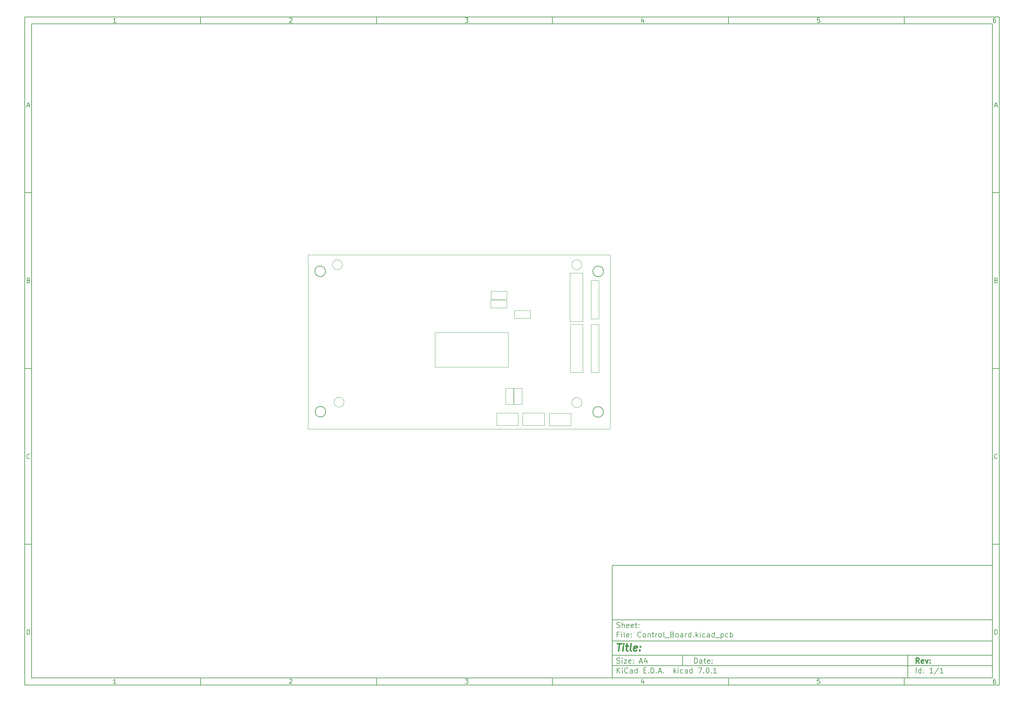
<source format=gbr>
%TF.GenerationSoftware,KiCad,Pcbnew,7.0.1*%
%TF.CreationDate,2023-11-03T16:51:15+00:00*%
%TF.ProjectId,Control_Board,436f6e74-726f-46c5-9f42-6f6172642e6b,rev?*%
%TF.SameCoordinates,Original*%
%TF.FileFunction,Other,User*%
%FSLAX45Y45*%
G04 Gerber Fmt 4.5, Leading zero omitted, Abs format (unit mm)*
G04 Created by KiCad (PCBNEW 7.0.1) date 2023-11-03 16:51:15*
%MOMM*%
%LPD*%
G01*
G04 APERTURE LIST*
%ADD10C,0.100000*%
%ADD11C,0.150000*%
%ADD12C,0.300000*%
%ADD13C,0.400000*%
%ADD14C,0.050000*%
%TA.AperFunction,Profile*%
%ADD15C,0.200000*%
%TD*%
%TA.AperFunction,Profile*%
%ADD16C,0.100000*%
%TD*%
G04 APERTURE END LIST*
D10*
D11*
X17700220Y-16600720D02*
X28500220Y-16600720D01*
X28500220Y-19800720D01*
X17700220Y-19800720D01*
X17700220Y-16600720D01*
D10*
D11*
X1000000Y-1000000D02*
X28700220Y-1000000D01*
X28700220Y-20000720D01*
X1000000Y-20000720D01*
X1000000Y-1000000D01*
D10*
D11*
X1200000Y-1200000D02*
X28500220Y-1200000D01*
X28500220Y-19800720D01*
X1200000Y-19800720D01*
X1200000Y-1200000D01*
D10*
D11*
X6000000Y-1200000D02*
X6000000Y-1000000D01*
D10*
D11*
X11000000Y-1200000D02*
X11000000Y-1000000D01*
D10*
D11*
X16000000Y-1200000D02*
X16000000Y-1000000D01*
D10*
D11*
X21000000Y-1200000D02*
X21000000Y-1000000D01*
D10*
D11*
X26000000Y-1200000D02*
X26000000Y-1000000D01*
D10*
D11*
X3599048Y-1160140D02*
X3524762Y-1160140D01*
X3561905Y-1160140D02*
X3561905Y-1030140D01*
X3561905Y-1030140D02*
X3549524Y-1048712D01*
X3549524Y-1048712D02*
X3537143Y-1061093D01*
X3537143Y-1061093D02*
X3524762Y-1067283D01*
D10*
D11*
X8524762Y-1042521D02*
X8530952Y-1036331D01*
X8530952Y-1036331D02*
X8543333Y-1030140D01*
X8543333Y-1030140D02*
X8574286Y-1030140D01*
X8574286Y-1030140D02*
X8586667Y-1036331D01*
X8586667Y-1036331D02*
X8592857Y-1042521D01*
X8592857Y-1042521D02*
X8599048Y-1054902D01*
X8599048Y-1054902D02*
X8599048Y-1067283D01*
X8599048Y-1067283D02*
X8592857Y-1085855D01*
X8592857Y-1085855D02*
X8518571Y-1160140D01*
X8518571Y-1160140D02*
X8599048Y-1160140D01*
D10*
D11*
X13518571Y-1030140D02*
X13599048Y-1030140D01*
X13599048Y-1030140D02*
X13555714Y-1079664D01*
X13555714Y-1079664D02*
X13574286Y-1079664D01*
X13574286Y-1079664D02*
X13586667Y-1085855D01*
X13586667Y-1085855D02*
X13592857Y-1092045D01*
X13592857Y-1092045D02*
X13599048Y-1104426D01*
X13599048Y-1104426D02*
X13599048Y-1135379D01*
X13599048Y-1135379D02*
X13592857Y-1147760D01*
X13592857Y-1147760D02*
X13586667Y-1153950D01*
X13586667Y-1153950D02*
X13574286Y-1160140D01*
X13574286Y-1160140D02*
X13537143Y-1160140D01*
X13537143Y-1160140D02*
X13524762Y-1153950D01*
X13524762Y-1153950D02*
X13518571Y-1147760D01*
D10*
D11*
X18586667Y-1073474D02*
X18586667Y-1160140D01*
X18555714Y-1023950D02*
X18524762Y-1116807D01*
X18524762Y-1116807D02*
X18605238Y-1116807D01*
D10*
D11*
X23592857Y-1030140D02*
X23530952Y-1030140D01*
X23530952Y-1030140D02*
X23524762Y-1092045D01*
X23524762Y-1092045D02*
X23530952Y-1085855D01*
X23530952Y-1085855D02*
X23543333Y-1079664D01*
X23543333Y-1079664D02*
X23574286Y-1079664D01*
X23574286Y-1079664D02*
X23586667Y-1085855D01*
X23586667Y-1085855D02*
X23592857Y-1092045D01*
X23592857Y-1092045D02*
X23599048Y-1104426D01*
X23599048Y-1104426D02*
X23599048Y-1135379D01*
X23599048Y-1135379D02*
X23592857Y-1147760D01*
X23592857Y-1147760D02*
X23586667Y-1153950D01*
X23586667Y-1153950D02*
X23574286Y-1160140D01*
X23574286Y-1160140D02*
X23543333Y-1160140D01*
X23543333Y-1160140D02*
X23530952Y-1153950D01*
X23530952Y-1153950D02*
X23524762Y-1147760D01*
D10*
D11*
X28586667Y-1030140D02*
X28561905Y-1030140D01*
X28561905Y-1030140D02*
X28549524Y-1036331D01*
X28549524Y-1036331D02*
X28543333Y-1042521D01*
X28543333Y-1042521D02*
X28530952Y-1061093D01*
X28530952Y-1061093D02*
X28524762Y-1085855D01*
X28524762Y-1085855D02*
X28524762Y-1135379D01*
X28524762Y-1135379D02*
X28530952Y-1147760D01*
X28530952Y-1147760D02*
X28537143Y-1153950D01*
X28537143Y-1153950D02*
X28549524Y-1160140D01*
X28549524Y-1160140D02*
X28574286Y-1160140D01*
X28574286Y-1160140D02*
X28586667Y-1153950D01*
X28586667Y-1153950D02*
X28592857Y-1147760D01*
X28592857Y-1147760D02*
X28599048Y-1135379D01*
X28599048Y-1135379D02*
X28599048Y-1104426D01*
X28599048Y-1104426D02*
X28592857Y-1092045D01*
X28592857Y-1092045D02*
X28586667Y-1085855D01*
X28586667Y-1085855D02*
X28574286Y-1079664D01*
X28574286Y-1079664D02*
X28549524Y-1079664D01*
X28549524Y-1079664D02*
X28537143Y-1085855D01*
X28537143Y-1085855D02*
X28530952Y-1092045D01*
X28530952Y-1092045D02*
X28524762Y-1104426D01*
D10*
D11*
X6000000Y-19800720D02*
X6000000Y-20000720D01*
D10*
D11*
X11000000Y-19800720D02*
X11000000Y-20000720D01*
D10*
D11*
X16000000Y-19800720D02*
X16000000Y-20000720D01*
D10*
D11*
X21000000Y-19800720D02*
X21000000Y-20000720D01*
D10*
D11*
X26000000Y-19800720D02*
X26000000Y-20000720D01*
D10*
D11*
X3599048Y-19960860D02*
X3524762Y-19960860D01*
X3561905Y-19960860D02*
X3561905Y-19830860D01*
X3561905Y-19830860D02*
X3549524Y-19849432D01*
X3549524Y-19849432D02*
X3537143Y-19861813D01*
X3537143Y-19861813D02*
X3524762Y-19868003D01*
D10*
D11*
X8524762Y-19843241D02*
X8530952Y-19837051D01*
X8530952Y-19837051D02*
X8543333Y-19830860D01*
X8543333Y-19830860D02*
X8574286Y-19830860D01*
X8574286Y-19830860D02*
X8586667Y-19837051D01*
X8586667Y-19837051D02*
X8592857Y-19843241D01*
X8592857Y-19843241D02*
X8599048Y-19855622D01*
X8599048Y-19855622D02*
X8599048Y-19868003D01*
X8599048Y-19868003D02*
X8592857Y-19886575D01*
X8592857Y-19886575D02*
X8518571Y-19960860D01*
X8518571Y-19960860D02*
X8599048Y-19960860D01*
D10*
D11*
X13518571Y-19830860D02*
X13599048Y-19830860D01*
X13599048Y-19830860D02*
X13555714Y-19880384D01*
X13555714Y-19880384D02*
X13574286Y-19880384D01*
X13574286Y-19880384D02*
X13586667Y-19886575D01*
X13586667Y-19886575D02*
X13592857Y-19892765D01*
X13592857Y-19892765D02*
X13599048Y-19905146D01*
X13599048Y-19905146D02*
X13599048Y-19936099D01*
X13599048Y-19936099D02*
X13592857Y-19948480D01*
X13592857Y-19948480D02*
X13586667Y-19954670D01*
X13586667Y-19954670D02*
X13574286Y-19960860D01*
X13574286Y-19960860D02*
X13537143Y-19960860D01*
X13537143Y-19960860D02*
X13524762Y-19954670D01*
X13524762Y-19954670D02*
X13518571Y-19948480D01*
D10*
D11*
X18586667Y-19874194D02*
X18586667Y-19960860D01*
X18555714Y-19824670D02*
X18524762Y-19917527D01*
X18524762Y-19917527D02*
X18605238Y-19917527D01*
D10*
D11*
X23592857Y-19830860D02*
X23530952Y-19830860D01*
X23530952Y-19830860D02*
X23524762Y-19892765D01*
X23524762Y-19892765D02*
X23530952Y-19886575D01*
X23530952Y-19886575D02*
X23543333Y-19880384D01*
X23543333Y-19880384D02*
X23574286Y-19880384D01*
X23574286Y-19880384D02*
X23586667Y-19886575D01*
X23586667Y-19886575D02*
X23592857Y-19892765D01*
X23592857Y-19892765D02*
X23599048Y-19905146D01*
X23599048Y-19905146D02*
X23599048Y-19936099D01*
X23599048Y-19936099D02*
X23592857Y-19948480D01*
X23592857Y-19948480D02*
X23586667Y-19954670D01*
X23586667Y-19954670D02*
X23574286Y-19960860D01*
X23574286Y-19960860D02*
X23543333Y-19960860D01*
X23543333Y-19960860D02*
X23530952Y-19954670D01*
X23530952Y-19954670D02*
X23524762Y-19948480D01*
D10*
D11*
X28586667Y-19830860D02*
X28561905Y-19830860D01*
X28561905Y-19830860D02*
X28549524Y-19837051D01*
X28549524Y-19837051D02*
X28543333Y-19843241D01*
X28543333Y-19843241D02*
X28530952Y-19861813D01*
X28530952Y-19861813D02*
X28524762Y-19886575D01*
X28524762Y-19886575D02*
X28524762Y-19936099D01*
X28524762Y-19936099D02*
X28530952Y-19948480D01*
X28530952Y-19948480D02*
X28537143Y-19954670D01*
X28537143Y-19954670D02*
X28549524Y-19960860D01*
X28549524Y-19960860D02*
X28574286Y-19960860D01*
X28574286Y-19960860D02*
X28586667Y-19954670D01*
X28586667Y-19954670D02*
X28592857Y-19948480D01*
X28592857Y-19948480D02*
X28599048Y-19936099D01*
X28599048Y-19936099D02*
X28599048Y-19905146D01*
X28599048Y-19905146D02*
X28592857Y-19892765D01*
X28592857Y-19892765D02*
X28586667Y-19886575D01*
X28586667Y-19886575D02*
X28574286Y-19880384D01*
X28574286Y-19880384D02*
X28549524Y-19880384D01*
X28549524Y-19880384D02*
X28537143Y-19886575D01*
X28537143Y-19886575D02*
X28530952Y-19892765D01*
X28530952Y-19892765D02*
X28524762Y-19905146D01*
D10*
D11*
X1000000Y-6000000D02*
X1200000Y-6000000D01*
D10*
D11*
X1000000Y-11000000D02*
X1200000Y-11000000D01*
D10*
D11*
X1000000Y-16000000D02*
X1200000Y-16000000D01*
D10*
D11*
X1069048Y-3522998D02*
X1130952Y-3522998D01*
X1056667Y-3560140D02*
X1100000Y-3430140D01*
X1100000Y-3430140D02*
X1143333Y-3560140D01*
D10*
D11*
X1109286Y-8492045D02*
X1127857Y-8498236D01*
X1127857Y-8498236D02*
X1134048Y-8504426D01*
X1134048Y-8504426D02*
X1140238Y-8516807D01*
X1140238Y-8516807D02*
X1140238Y-8535379D01*
X1140238Y-8535379D02*
X1134048Y-8547760D01*
X1134048Y-8547760D02*
X1127857Y-8553950D01*
X1127857Y-8553950D02*
X1115476Y-8560140D01*
X1115476Y-8560140D02*
X1065952Y-8560140D01*
X1065952Y-8560140D02*
X1065952Y-8430140D01*
X1065952Y-8430140D02*
X1109286Y-8430140D01*
X1109286Y-8430140D02*
X1121667Y-8436331D01*
X1121667Y-8436331D02*
X1127857Y-8442521D01*
X1127857Y-8442521D02*
X1134048Y-8454902D01*
X1134048Y-8454902D02*
X1134048Y-8467283D01*
X1134048Y-8467283D02*
X1127857Y-8479664D01*
X1127857Y-8479664D02*
X1121667Y-8485855D01*
X1121667Y-8485855D02*
X1109286Y-8492045D01*
X1109286Y-8492045D02*
X1065952Y-8492045D01*
D10*
D11*
X1140238Y-13547759D02*
X1134048Y-13553950D01*
X1134048Y-13553950D02*
X1115476Y-13560140D01*
X1115476Y-13560140D02*
X1103095Y-13560140D01*
X1103095Y-13560140D02*
X1084524Y-13553950D01*
X1084524Y-13553950D02*
X1072143Y-13541569D01*
X1072143Y-13541569D02*
X1065952Y-13529188D01*
X1065952Y-13529188D02*
X1059762Y-13504426D01*
X1059762Y-13504426D02*
X1059762Y-13485855D01*
X1059762Y-13485855D02*
X1065952Y-13461093D01*
X1065952Y-13461093D02*
X1072143Y-13448712D01*
X1072143Y-13448712D02*
X1084524Y-13436331D01*
X1084524Y-13436331D02*
X1103095Y-13430140D01*
X1103095Y-13430140D02*
X1115476Y-13430140D01*
X1115476Y-13430140D02*
X1134048Y-13436331D01*
X1134048Y-13436331D02*
X1140238Y-13442521D01*
D10*
D11*
X1065952Y-18560140D02*
X1065952Y-18430140D01*
X1065952Y-18430140D02*
X1096905Y-18430140D01*
X1096905Y-18430140D02*
X1115476Y-18436331D01*
X1115476Y-18436331D02*
X1127857Y-18448712D01*
X1127857Y-18448712D02*
X1134048Y-18461093D01*
X1134048Y-18461093D02*
X1140238Y-18485855D01*
X1140238Y-18485855D02*
X1140238Y-18504426D01*
X1140238Y-18504426D02*
X1134048Y-18529188D01*
X1134048Y-18529188D02*
X1127857Y-18541569D01*
X1127857Y-18541569D02*
X1115476Y-18553950D01*
X1115476Y-18553950D02*
X1096905Y-18560140D01*
X1096905Y-18560140D02*
X1065952Y-18560140D01*
D10*
D11*
X28700220Y-6000000D02*
X28500220Y-6000000D01*
D10*
D11*
X28700220Y-11000000D02*
X28500220Y-11000000D01*
D10*
D11*
X28700220Y-16000000D02*
X28500220Y-16000000D01*
D10*
D11*
X28569268Y-3522998D02*
X28631172Y-3522998D01*
X28556887Y-3560140D02*
X28600220Y-3430140D01*
X28600220Y-3430140D02*
X28643553Y-3560140D01*
D10*
D11*
X28609506Y-8492045D02*
X28628077Y-8498236D01*
X28628077Y-8498236D02*
X28634268Y-8504426D01*
X28634268Y-8504426D02*
X28640458Y-8516807D01*
X28640458Y-8516807D02*
X28640458Y-8535379D01*
X28640458Y-8535379D02*
X28634268Y-8547760D01*
X28634268Y-8547760D02*
X28628077Y-8553950D01*
X28628077Y-8553950D02*
X28615696Y-8560140D01*
X28615696Y-8560140D02*
X28566172Y-8560140D01*
X28566172Y-8560140D02*
X28566172Y-8430140D01*
X28566172Y-8430140D02*
X28609506Y-8430140D01*
X28609506Y-8430140D02*
X28621887Y-8436331D01*
X28621887Y-8436331D02*
X28628077Y-8442521D01*
X28628077Y-8442521D02*
X28634268Y-8454902D01*
X28634268Y-8454902D02*
X28634268Y-8467283D01*
X28634268Y-8467283D02*
X28628077Y-8479664D01*
X28628077Y-8479664D02*
X28621887Y-8485855D01*
X28621887Y-8485855D02*
X28609506Y-8492045D01*
X28609506Y-8492045D02*
X28566172Y-8492045D01*
D10*
D11*
X28640458Y-13547759D02*
X28634268Y-13553950D01*
X28634268Y-13553950D02*
X28615696Y-13560140D01*
X28615696Y-13560140D02*
X28603315Y-13560140D01*
X28603315Y-13560140D02*
X28584744Y-13553950D01*
X28584744Y-13553950D02*
X28572363Y-13541569D01*
X28572363Y-13541569D02*
X28566172Y-13529188D01*
X28566172Y-13529188D02*
X28559982Y-13504426D01*
X28559982Y-13504426D02*
X28559982Y-13485855D01*
X28559982Y-13485855D02*
X28566172Y-13461093D01*
X28566172Y-13461093D02*
X28572363Y-13448712D01*
X28572363Y-13448712D02*
X28584744Y-13436331D01*
X28584744Y-13436331D02*
X28603315Y-13430140D01*
X28603315Y-13430140D02*
X28615696Y-13430140D01*
X28615696Y-13430140D02*
X28634268Y-13436331D01*
X28634268Y-13436331D02*
X28640458Y-13442521D01*
D10*
D11*
X28566172Y-18560140D02*
X28566172Y-18430140D01*
X28566172Y-18430140D02*
X28597125Y-18430140D01*
X28597125Y-18430140D02*
X28615696Y-18436331D01*
X28615696Y-18436331D02*
X28628077Y-18448712D01*
X28628077Y-18448712D02*
X28634268Y-18461093D01*
X28634268Y-18461093D02*
X28640458Y-18485855D01*
X28640458Y-18485855D02*
X28640458Y-18504426D01*
X28640458Y-18504426D02*
X28634268Y-18529188D01*
X28634268Y-18529188D02*
X28628077Y-18541569D01*
X28628077Y-18541569D02*
X28615696Y-18553950D01*
X28615696Y-18553950D02*
X28597125Y-18560140D01*
X28597125Y-18560140D02*
X28566172Y-18560140D01*
D10*
D11*
X20035934Y-19380113D02*
X20035934Y-19230113D01*
X20035934Y-19230113D02*
X20071649Y-19230113D01*
X20071649Y-19230113D02*
X20093077Y-19237256D01*
X20093077Y-19237256D02*
X20107363Y-19251541D01*
X20107363Y-19251541D02*
X20114506Y-19265827D01*
X20114506Y-19265827D02*
X20121649Y-19294399D01*
X20121649Y-19294399D02*
X20121649Y-19315827D01*
X20121649Y-19315827D02*
X20114506Y-19344399D01*
X20114506Y-19344399D02*
X20107363Y-19358684D01*
X20107363Y-19358684D02*
X20093077Y-19372970D01*
X20093077Y-19372970D02*
X20071649Y-19380113D01*
X20071649Y-19380113D02*
X20035934Y-19380113D01*
X20250220Y-19380113D02*
X20250220Y-19301541D01*
X20250220Y-19301541D02*
X20243077Y-19287256D01*
X20243077Y-19287256D02*
X20228791Y-19280113D01*
X20228791Y-19280113D02*
X20200220Y-19280113D01*
X20200220Y-19280113D02*
X20185934Y-19287256D01*
X20250220Y-19372970D02*
X20235934Y-19380113D01*
X20235934Y-19380113D02*
X20200220Y-19380113D01*
X20200220Y-19380113D02*
X20185934Y-19372970D01*
X20185934Y-19372970D02*
X20178791Y-19358684D01*
X20178791Y-19358684D02*
X20178791Y-19344399D01*
X20178791Y-19344399D02*
X20185934Y-19330113D01*
X20185934Y-19330113D02*
X20200220Y-19322970D01*
X20200220Y-19322970D02*
X20235934Y-19322970D01*
X20235934Y-19322970D02*
X20250220Y-19315827D01*
X20300220Y-19280113D02*
X20357363Y-19280113D01*
X20321649Y-19230113D02*
X20321649Y-19358684D01*
X20321649Y-19358684D02*
X20328791Y-19372970D01*
X20328791Y-19372970D02*
X20343077Y-19380113D01*
X20343077Y-19380113D02*
X20357363Y-19380113D01*
X20464506Y-19372970D02*
X20450220Y-19380113D01*
X20450220Y-19380113D02*
X20421649Y-19380113D01*
X20421649Y-19380113D02*
X20407363Y-19372970D01*
X20407363Y-19372970D02*
X20400220Y-19358684D01*
X20400220Y-19358684D02*
X20400220Y-19301541D01*
X20400220Y-19301541D02*
X20407363Y-19287256D01*
X20407363Y-19287256D02*
X20421649Y-19280113D01*
X20421649Y-19280113D02*
X20450220Y-19280113D01*
X20450220Y-19280113D02*
X20464506Y-19287256D01*
X20464506Y-19287256D02*
X20471649Y-19301541D01*
X20471649Y-19301541D02*
X20471649Y-19315827D01*
X20471649Y-19315827D02*
X20400220Y-19330113D01*
X20535934Y-19365827D02*
X20543077Y-19372970D01*
X20543077Y-19372970D02*
X20535934Y-19380113D01*
X20535934Y-19380113D02*
X20528791Y-19372970D01*
X20528791Y-19372970D02*
X20535934Y-19365827D01*
X20535934Y-19365827D02*
X20535934Y-19380113D01*
X20535934Y-19287256D02*
X20543077Y-19294399D01*
X20543077Y-19294399D02*
X20535934Y-19301541D01*
X20535934Y-19301541D02*
X20528791Y-19294399D01*
X20528791Y-19294399D02*
X20535934Y-19287256D01*
X20535934Y-19287256D02*
X20535934Y-19301541D01*
D10*
D11*
X17700220Y-19450720D02*
X28500220Y-19450720D01*
D10*
D11*
X17835934Y-19660113D02*
X17835934Y-19510113D01*
X17921649Y-19660113D02*
X17857363Y-19574399D01*
X17921649Y-19510113D02*
X17835934Y-19595827D01*
X17985934Y-19660113D02*
X17985934Y-19560113D01*
X17985934Y-19510113D02*
X17978791Y-19517256D01*
X17978791Y-19517256D02*
X17985934Y-19524399D01*
X17985934Y-19524399D02*
X17993077Y-19517256D01*
X17993077Y-19517256D02*
X17985934Y-19510113D01*
X17985934Y-19510113D02*
X17985934Y-19524399D01*
X18143077Y-19645827D02*
X18135934Y-19652970D01*
X18135934Y-19652970D02*
X18114506Y-19660113D01*
X18114506Y-19660113D02*
X18100220Y-19660113D01*
X18100220Y-19660113D02*
X18078791Y-19652970D01*
X18078791Y-19652970D02*
X18064506Y-19638684D01*
X18064506Y-19638684D02*
X18057363Y-19624399D01*
X18057363Y-19624399D02*
X18050220Y-19595827D01*
X18050220Y-19595827D02*
X18050220Y-19574399D01*
X18050220Y-19574399D02*
X18057363Y-19545827D01*
X18057363Y-19545827D02*
X18064506Y-19531541D01*
X18064506Y-19531541D02*
X18078791Y-19517256D01*
X18078791Y-19517256D02*
X18100220Y-19510113D01*
X18100220Y-19510113D02*
X18114506Y-19510113D01*
X18114506Y-19510113D02*
X18135934Y-19517256D01*
X18135934Y-19517256D02*
X18143077Y-19524399D01*
X18271649Y-19660113D02*
X18271649Y-19581541D01*
X18271649Y-19581541D02*
X18264506Y-19567256D01*
X18264506Y-19567256D02*
X18250220Y-19560113D01*
X18250220Y-19560113D02*
X18221649Y-19560113D01*
X18221649Y-19560113D02*
X18207363Y-19567256D01*
X18271649Y-19652970D02*
X18257363Y-19660113D01*
X18257363Y-19660113D02*
X18221649Y-19660113D01*
X18221649Y-19660113D02*
X18207363Y-19652970D01*
X18207363Y-19652970D02*
X18200220Y-19638684D01*
X18200220Y-19638684D02*
X18200220Y-19624399D01*
X18200220Y-19624399D02*
X18207363Y-19610113D01*
X18207363Y-19610113D02*
X18221649Y-19602970D01*
X18221649Y-19602970D02*
X18257363Y-19602970D01*
X18257363Y-19602970D02*
X18271649Y-19595827D01*
X18407363Y-19660113D02*
X18407363Y-19510113D01*
X18407363Y-19652970D02*
X18393077Y-19660113D01*
X18393077Y-19660113D02*
X18364506Y-19660113D01*
X18364506Y-19660113D02*
X18350220Y-19652970D01*
X18350220Y-19652970D02*
X18343077Y-19645827D01*
X18343077Y-19645827D02*
X18335934Y-19631541D01*
X18335934Y-19631541D02*
X18335934Y-19588684D01*
X18335934Y-19588684D02*
X18343077Y-19574399D01*
X18343077Y-19574399D02*
X18350220Y-19567256D01*
X18350220Y-19567256D02*
X18364506Y-19560113D01*
X18364506Y-19560113D02*
X18393077Y-19560113D01*
X18393077Y-19560113D02*
X18407363Y-19567256D01*
X18593077Y-19581541D02*
X18643077Y-19581541D01*
X18664506Y-19660113D02*
X18593077Y-19660113D01*
X18593077Y-19660113D02*
X18593077Y-19510113D01*
X18593077Y-19510113D02*
X18664506Y-19510113D01*
X18728791Y-19645827D02*
X18735934Y-19652970D01*
X18735934Y-19652970D02*
X18728791Y-19660113D01*
X18728791Y-19660113D02*
X18721649Y-19652970D01*
X18721649Y-19652970D02*
X18728791Y-19645827D01*
X18728791Y-19645827D02*
X18728791Y-19660113D01*
X18800220Y-19660113D02*
X18800220Y-19510113D01*
X18800220Y-19510113D02*
X18835934Y-19510113D01*
X18835934Y-19510113D02*
X18857363Y-19517256D01*
X18857363Y-19517256D02*
X18871649Y-19531541D01*
X18871649Y-19531541D02*
X18878792Y-19545827D01*
X18878792Y-19545827D02*
X18885934Y-19574399D01*
X18885934Y-19574399D02*
X18885934Y-19595827D01*
X18885934Y-19595827D02*
X18878792Y-19624399D01*
X18878792Y-19624399D02*
X18871649Y-19638684D01*
X18871649Y-19638684D02*
X18857363Y-19652970D01*
X18857363Y-19652970D02*
X18835934Y-19660113D01*
X18835934Y-19660113D02*
X18800220Y-19660113D01*
X18950220Y-19645827D02*
X18957363Y-19652970D01*
X18957363Y-19652970D02*
X18950220Y-19660113D01*
X18950220Y-19660113D02*
X18943077Y-19652970D01*
X18943077Y-19652970D02*
X18950220Y-19645827D01*
X18950220Y-19645827D02*
X18950220Y-19660113D01*
X19014506Y-19617256D02*
X19085934Y-19617256D01*
X19000220Y-19660113D02*
X19050220Y-19510113D01*
X19050220Y-19510113D02*
X19100220Y-19660113D01*
X19150220Y-19645827D02*
X19157363Y-19652970D01*
X19157363Y-19652970D02*
X19150220Y-19660113D01*
X19150220Y-19660113D02*
X19143077Y-19652970D01*
X19143077Y-19652970D02*
X19150220Y-19645827D01*
X19150220Y-19645827D02*
X19150220Y-19660113D01*
X19450220Y-19660113D02*
X19450220Y-19510113D01*
X19464506Y-19602970D02*
X19507363Y-19660113D01*
X19507363Y-19560113D02*
X19450220Y-19617256D01*
X19571649Y-19660113D02*
X19571649Y-19560113D01*
X19571649Y-19510113D02*
X19564506Y-19517256D01*
X19564506Y-19517256D02*
X19571649Y-19524399D01*
X19571649Y-19524399D02*
X19578792Y-19517256D01*
X19578792Y-19517256D02*
X19571649Y-19510113D01*
X19571649Y-19510113D02*
X19571649Y-19524399D01*
X19707363Y-19652970D02*
X19693077Y-19660113D01*
X19693077Y-19660113D02*
X19664506Y-19660113D01*
X19664506Y-19660113D02*
X19650220Y-19652970D01*
X19650220Y-19652970D02*
X19643077Y-19645827D01*
X19643077Y-19645827D02*
X19635934Y-19631541D01*
X19635934Y-19631541D02*
X19635934Y-19588684D01*
X19635934Y-19588684D02*
X19643077Y-19574399D01*
X19643077Y-19574399D02*
X19650220Y-19567256D01*
X19650220Y-19567256D02*
X19664506Y-19560113D01*
X19664506Y-19560113D02*
X19693077Y-19560113D01*
X19693077Y-19560113D02*
X19707363Y-19567256D01*
X19835934Y-19660113D02*
X19835934Y-19581541D01*
X19835934Y-19581541D02*
X19828792Y-19567256D01*
X19828792Y-19567256D02*
X19814506Y-19560113D01*
X19814506Y-19560113D02*
X19785934Y-19560113D01*
X19785934Y-19560113D02*
X19771649Y-19567256D01*
X19835934Y-19652970D02*
X19821649Y-19660113D01*
X19821649Y-19660113D02*
X19785934Y-19660113D01*
X19785934Y-19660113D02*
X19771649Y-19652970D01*
X19771649Y-19652970D02*
X19764506Y-19638684D01*
X19764506Y-19638684D02*
X19764506Y-19624399D01*
X19764506Y-19624399D02*
X19771649Y-19610113D01*
X19771649Y-19610113D02*
X19785934Y-19602970D01*
X19785934Y-19602970D02*
X19821649Y-19602970D01*
X19821649Y-19602970D02*
X19835934Y-19595827D01*
X19971649Y-19660113D02*
X19971649Y-19510113D01*
X19971649Y-19652970D02*
X19957363Y-19660113D01*
X19957363Y-19660113D02*
X19928792Y-19660113D01*
X19928792Y-19660113D02*
X19914506Y-19652970D01*
X19914506Y-19652970D02*
X19907363Y-19645827D01*
X19907363Y-19645827D02*
X19900220Y-19631541D01*
X19900220Y-19631541D02*
X19900220Y-19588684D01*
X19900220Y-19588684D02*
X19907363Y-19574399D01*
X19907363Y-19574399D02*
X19914506Y-19567256D01*
X19914506Y-19567256D02*
X19928792Y-19560113D01*
X19928792Y-19560113D02*
X19957363Y-19560113D01*
X19957363Y-19560113D02*
X19971649Y-19567256D01*
X20143077Y-19510113D02*
X20243077Y-19510113D01*
X20243077Y-19510113D02*
X20178792Y-19660113D01*
X20300220Y-19645827D02*
X20307363Y-19652970D01*
X20307363Y-19652970D02*
X20300220Y-19660113D01*
X20300220Y-19660113D02*
X20293077Y-19652970D01*
X20293077Y-19652970D02*
X20300220Y-19645827D01*
X20300220Y-19645827D02*
X20300220Y-19660113D01*
X20400220Y-19510113D02*
X20414506Y-19510113D01*
X20414506Y-19510113D02*
X20428792Y-19517256D01*
X20428792Y-19517256D02*
X20435934Y-19524399D01*
X20435934Y-19524399D02*
X20443077Y-19538684D01*
X20443077Y-19538684D02*
X20450220Y-19567256D01*
X20450220Y-19567256D02*
X20450220Y-19602970D01*
X20450220Y-19602970D02*
X20443077Y-19631541D01*
X20443077Y-19631541D02*
X20435934Y-19645827D01*
X20435934Y-19645827D02*
X20428792Y-19652970D01*
X20428792Y-19652970D02*
X20414506Y-19660113D01*
X20414506Y-19660113D02*
X20400220Y-19660113D01*
X20400220Y-19660113D02*
X20385934Y-19652970D01*
X20385934Y-19652970D02*
X20378792Y-19645827D01*
X20378792Y-19645827D02*
X20371649Y-19631541D01*
X20371649Y-19631541D02*
X20364506Y-19602970D01*
X20364506Y-19602970D02*
X20364506Y-19567256D01*
X20364506Y-19567256D02*
X20371649Y-19538684D01*
X20371649Y-19538684D02*
X20378792Y-19524399D01*
X20378792Y-19524399D02*
X20385934Y-19517256D01*
X20385934Y-19517256D02*
X20400220Y-19510113D01*
X20514506Y-19645827D02*
X20521649Y-19652970D01*
X20521649Y-19652970D02*
X20514506Y-19660113D01*
X20514506Y-19660113D02*
X20507363Y-19652970D01*
X20507363Y-19652970D02*
X20514506Y-19645827D01*
X20514506Y-19645827D02*
X20514506Y-19660113D01*
X20664506Y-19660113D02*
X20578792Y-19660113D01*
X20621649Y-19660113D02*
X20621649Y-19510113D01*
X20621649Y-19510113D02*
X20607363Y-19531541D01*
X20607363Y-19531541D02*
X20593077Y-19545827D01*
X20593077Y-19545827D02*
X20578792Y-19552970D01*
D10*
D11*
X17700220Y-19150720D02*
X28500220Y-19150720D01*
D10*
D12*
X26421648Y-19380113D02*
X26371648Y-19308684D01*
X26335934Y-19380113D02*
X26335934Y-19230113D01*
X26335934Y-19230113D02*
X26393077Y-19230113D01*
X26393077Y-19230113D02*
X26407363Y-19237256D01*
X26407363Y-19237256D02*
X26414506Y-19244399D01*
X26414506Y-19244399D02*
X26421648Y-19258684D01*
X26421648Y-19258684D02*
X26421648Y-19280113D01*
X26421648Y-19280113D02*
X26414506Y-19294399D01*
X26414506Y-19294399D02*
X26407363Y-19301541D01*
X26407363Y-19301541D02*
X26393077Y-19308684D01*
X26393077Y-19308684D02*
X26335934Y-19308684D01*
X26543077Y-19372970D02*
X26528791Y-19380113D01*
X26528791Y-19380113D02*
X26500220Y-19380113D01*
X26500220Y-19380113D02*
X26485934Y-19372970D01*
X26485934Y-19372970D02*
X26478791Y-19358684D01*
X26478791Y-19358684D02*
X26478791Y-19301541D01*
X26478791Y-19301541D02*
X26485934Y-19287256D01*
X26485934Y-19287256D02*
X26500220Y-19280113D01*
X26500220Y-19280113D02*
X26528791Y-19280113D01*
X26528791Y-19280113D02*
X26543077Y-19287256D01*
X26543077Y-19287256D02*
X26550220Y-19301541D01*
X26550220Y-19301541D02*
X26550220Y-19315827D01*
X26550220Y-19315827D02*
X26478791Y-19330113D01*
X26600220Y-19280113D02*
X26635934Y-19380113D01*
X26635934Y-19380113D02*
X26671648Y-19280113D01*
X26728791Y-19365827D02*
X26735934Y-19372970D01*
X26735934Y-19372970D02*
X26728791Y-19380113D01*
X26728791Y-19380113D02*
X26721648Y-19372970D01*
X26721648Y-19372970D02*
X26728791Y-19365827D01*
X26728791Y-19365827D02*
X26728791Y-19380113D01*
X26728791Y-19287256D02*
X26735934Y-19294399D01*
X26735934Y-19294399D02*
X26728791Y-19301541D01*
X26728791Y-19301541D02*
X26721648Y-19294399D01*
X26721648Y-19294399D02*
X26728791Y-19287256D01*
X26728791Y-19287256D02*
X26728791Y-19301541D01*
D10*
D11*
X17828791Y-19372970D02*
X17850220Y-19380113D01*
X17850220Y-19380113D02*
X17885934Y-19380113D01*
X17885934Y-19380113D02*
X17900220Y-19372970D01*
X17900220Y-19372970D02*
X17907363Y-19365827D01*
X17907363Y-19365827D02*
X17914506Y-19351541D01*
X17914506Y-19351541D02*
X17914506Y-19337256D01*
X17914506Y-19337256D02*
X17907363Y-19322970D01*
X17907363Y-19322970D02*
X17900220Y-19315827D01*
X17900220Y-19315827D02*
X17885934Y-19308684D01*
X17885934Y-19308684D02*
X17857363Y-19301541D01*
X17857363Y-19301541D02*
X17843077Y-19294399D01*
X17843077Y-19294399D02*
X17835934Y-19287256D01*
X17835934Y-19287256D02*
X17828791Y-19272970D01*
X17828791Y-19272970D02*
X17828791Y-19258684D01*
X17828791Y-19258684D02*
X17835934Y-19244399D01*
X17835934Y-19244399D02*
X17843077Y-19237256D01*
X17843077Y-19237256D02*
X17857363Y-19230113D01*
X17857363Y-19230113D02*
X17893077Y-19230113D01*
X17893077Y-19230113D02*
X17914506Y-19237256D01*
X17978791Y-19380113D02*
X17978791Y-19280113D01*
X17978791Y-19230113D02*
X17971649Y-19237256D01*
X17971649Y-19237256D02*
X17978791Y-19244399D01*
X17978791Y-19244399D02*
X17985934Y-19237256D01*
X17985934Y-19237256D02*
X17978791Y-19230113D01*
X17978791Y-19230113D02*
X17978791Y-19244399D01*
X18035934Y-19280113D02*
X18114506Y-19280113D01*
X18114506Y-19280113D02*
X18035934Y-19380113D01*
X18035934Y-19380113D02*
X18114506Y-19380113D01*
X18228791Y-19372970D02*
X18214506Y-19380113D01*
X18214506Y-19380113D02*
X18185934Y-19380113D01*
X18185934Y-19380113D02*
X18171649Y-19372970D01*
X18171649Y-19372970D02*
X18164506Y-19358684D01*
X18164506Y-19358684D02*
X18164506Y-19301541D01*
X18164506Y-19301541D02*
X18171649Y-19287256D01*
X18171649Y-19287256D02*
X18185934Y-19280113D01*
X18185934Y-19280113D02*
X18214506Y-19280113D01*
X18214506Y-19280113D02*
X18228791Y-19287256D01*
X18228791Y-19287256D02*
X18235934Y-19301541D01*
X18235934Y-19301541D02*
X18235934Y-19315827D01*
X18235934Y-19315827D02*
X18164506Y-19330113D01*
X18300220Y-19365827D02*
X18307363Y-19372970D01*
X18307363Y-19372970D02*
X18300220Y-19380113D01*
X18300220Y-19380113D02*
X18293077Y-19372970D01*
X18293077Y-19372970D02*
X18300220Y-19365827D01*
X18300220Y-19365827D02*
X18300220Y-19380113D01*
X18300220Y-19287256D02*
X18307363Y-19294399D01*
X18307363Y-19294399D02*
X18300220Y-19301541D01*
X18300220Y-19301541D02*
X18293077Y-19294399D01*
X18293077Y-19294399D02*
X18300220Y-19287256D01*
X18300220Y-19287256D02*
X18300220Y-19301541D01*
X18478791Y-19337256D02*
X18550220Y-19337256D01*
X18464506Y-19380113D02*
X18514506Y-19230113D01*
X18514506Y-19230113D02*
X18564506Y-19380113D01*
X18678791Y-19280113D02*
X18678791Y-19380113D01*
X18643077Y-19222970D02*
X18607363Y-19330113D01*
X18607363Y-19330113D02*
X18700220Y-19330113D01*
D10*
D11*
X26335934Y-19660113D02*
X26335934Y-19510113D01*
X26471649Y-19660113D02*
X26471649Y-19510113D01*
X26471649Y-19652970D02*
X26457363Y-19660113D01*
X26457363Y-19660113D02*
X26428791Y-19660113D01*
X26428791Y-19660113D02*
X26414506Y-19652970D01*
X26414506Y-19652970D02*
X26407363Y-19645827D01*
X26407363Y-19645827D02*
X26400220Y-19631541D01*
X26400220Y-19631541D02*
X26400220Y-19588684D01*
X26400220Y-19588684D02*
X26407363Y-19574399D01*
X26407363Y-19574399D02*
X26414506Y-19567256D01*
X26414506Y-19567256D02*
X26428791Y-19560113D01*
X26428791Y-19560113D02*
X26457363Y-19560113D01*
X26457363Y-19560113D02*
X26471649Y-19567256D01*
X26543077Y-19645827D02*
X26550220Y-19652970D01*
X26550220Y-19652970D02*
X26543077Y-19660113D01*
X26543077Y-19660113D02*
X26535934Y-19652970D01*
X26535934Y-19652970D02*
X26543077Y-19645827D01*
X26543077Y-19645827D02*
X26543077Y-19660113D01*
X26543077Y-19567256D02*
X26550220Y-19574399D01*
X26550220Y-19574399D02*
X26543077Y-19581541D01*
X26543077Y-19581541D02*
X26535934Y-19574399D01*
X26535934Y-19574399D02*
X26543077Y-19567256D01*
X26543077Y-19567256D02*
X26543077Y-19581541D01*
X26807363Y-19660113D02*
X26721649Y-19660113D01*
X26764506Y-19660113D02*
X26764506Y-19510113D01*
X26764506Y-19510113D02*
X26750220Y-19531541D01*
X26750220Y-19531541D02*
X26735934Y-19545827D01*
X26735934Y-19545827D02*
X26721649Y-19552970D01*
X26978791Y-19502970D02*
X26850220Y-19695827D01*
X27107363Y-19660113D02*
X27021649Y-19660113D01*
X27064506Y-19660113D02*
X27064506Y-19510113D01*
X27064506Y-19510113D02*
X27050220Y-19531541D01*
X27050220Y-19531541D02*
X27035934Y-19545827D01*
X27035934Y-19545827D02*
X27021649Y-19552970D01*
D10*
D11*
X17700220Y-18750720D02*
X28500220Y-18750720D01*
D10*
D13*
X17843077Y-18823244D02*
X17957363Y-18823244D01*
X17875220Y-19023244D02*
X17900220Y-18823244D01*
X17997839Y-19023244D02*
X18014506Y-18889910D01*
X18022839Y-18823244D02*
X18012125Y-18832768D01*
X18012125Y-18832768D02*
X18020458Y-18842291D01*
X18020458Y-18842291D02*
X18031172Y-18832768D01*
X18031172Y-18832768D02*
X18022839Y-18823244D01*
X18022839Y-18823244D02*
X18020458Y-18842291D01*
X18079982Y-18889910D02*
X18156172Y-18889910D01*
X18116887Y-18823244D02*
X18095458Y-18994672D01*
X18095458Y-18994672D02*
X18102601Y-19013720D01*
X18102601Y-19013720D02*
X18120458Y-19023244D01*
X18120458Y-19023244D02*
X18139506Y-19023244D01*
X18233553Y-19023244D02*
X18215696Y-19013720D01*
X18215696Y-19013720D02*
X18208553Y-18994672D01*
X18208553Y-18994672D02*
X18229982Y-18823244D01*
X18385934Y-19013720D02*
X18365696Y-19023244D01*
X18365696Y-19023244D02*
X18327601Y-19023244D01*
X18327601Y-19023244D02*
X18309744Y-19013720D01*
X18309744Y-19013720D02*
X18302601Y-18994672D01*
X18302601Y-18994672D02*
X18312125Y-18918482D01*
X18312125Y-18918482D02*
X18324029Y-18899434D01*
X18324029Y-18899434D02*
X18344268Y-18889910D01*
X18344268Y-18889910D02*
X18382363Y-18889910D01*
X18382363Y-18889910D02*
X18400220Y-18899434D01*
X18400220Y-18899434D02*
X18407363Y-18918482D01*
X18407363Y-18918482D02*
X18404982Y-18937530D01*
X18404982Y-18937530D02*
X18307363Y-18956577D01*
X18481172Y-19004196D02*
X18489506Y-19013720D01*
X18489506Y-19013720D02*
X18478791Y-19023244D01*
X18478791Y-19023244D02*
X18470458Y-19013720D01*
X18470458Y-19013720D02*
X18481172Y-19004196D01*
X18481172Y-19004196D02*
X18478791Y-19023244D01*
X18494268Y-18899434D02*
X18502601Y-18908958D01*
X18502601Y-18908958D02*
X18491887Y-18918482D01*
X18491887Y-18918482D02*
X18483553Y-18908958D01*
X18483553Y-18908958D02*
X18494268Y-18899434D01*
X18494268Y-18899434D02*
X18491887Y-18918482D01*
D10*
D11*
X17885934Y-18561541D02*
X17835934Y-18561541D01*
X17835934Y-18640113D02*
X17835934Y-18490113D01*
X17835934Y-18490113D02*
X17907363Y-18490113D01*
X17964506Y-18640113D02*
X17964506Y-18540113D01*
X17964506Y-18490113D02*
X17957363Y-18497256D01*
X17957363Y-18497256D02*
X17964506Y-18504399D01*
X17964506Y-18504399D02*
X17971649Y-18497256D01*
X17971649Y-18497256D02*
X17964506Y-18490113D01*
X17964506Y-18490113D02*
X17964506Y-18504399D01*
X18057363Y-18640113D02*
X18043077Y-18632970D01*
X18043077Y-18632970D02*
X18035934Y-18618684D01*
X18035934Y-18618684D02*
X18035934Y-18490113D01*
X18171649Y-18632970D02*
X18157363Y-18640113D01*
X18157363Y-18640113D02*
X18128791Y-18640113D01*
X18128791Y-18640113D02*
X18114506Y-18632970D01*
X18114506Y-18632970D02*
X18107363Y-18618684D01*
X18107363Y-18618684D02*
X18107363Y-18561541D01*
X18107363Y-18561541D02*
X18114506Y-18547256D01*
X18114506Y-18547256D02*
X18128791Y-18540113D01*
X18128791Y-18540113D02*
X18157363Y-18540113D01*
X18157363Y-18540113D02*
X18171649Y-18547256D01*
X18171649Y-18547256D02*
X18178791Y-18561541D01*
X18178791Y-18561541D02*
X18178791Y-18575827D01*
X18178791Y-18575827D02*
X18107363Y-18590113D01*
X18243077Y-18625827D02*
X18250220Y-18632970D01*
X18250220Y-18632970D02*
X18243077Y-18640113D01*
X18243077Y-18640113D02*
X18235934Y-18632970D01*
X18235934Y-18632970D02*
X18243077Y-18625827D01*
X18243077Y-18625827D02*
X18243077Y-18640113D01*
X18243077Y-18547256D02*
X18250220Y-18554399D01*
X18250220Y-18554399D02*
X18243077Y-18561541D01*
X18243077Y-18561541D02*
X18235934Y-18554399D01*
X18235934Y-18554399D02*
X18243077Y-18547256D01*
X18243077Y-18547256D02*
X18243077Y-18561541D01*
X18514506Y-18625827D02*
X18507363Y-18632970D01*
X18507363Y-18632970D02*
X18485934Y-18640113D01*
X18485934Y-18640113D02*
X18471649Y-18640113D01*
X18471649Y-18640113D02*
X18450220Y-18632970D01*
X18450220Y-18632970D02*
X18435934Y-18618684D01*
X18435934Y-18618684D02*
X18428791Y-18604399D01*
X18428791Y-18604399D02*
X18421649Y-18575827D01*
X18421649Y-18575827D02*
X18421649Y-18554399D01*
X18421649Y-18554399D02*
X18428791Y-18525827D01*
X18428791Y-18525827D02*
X18435934Y-18511541D01*
X18435934Y-18511541D02*
X18450220Y-18497256D01*
X18450220Y-18497256D02*
X18471649Y-18490113D01*
X18471649Y-18490113D02*
X18485934Y-18490113D01*
X18485934Y-18490113D02*
X18507363Y-18497256D01*
X18507363Y-18497256D02*
X18514506Y-18504399D01*
X18600220Y-18640113D02*
X18585934Y-18632970D01*
X18585934Y-18632970D02*
X18578791Y-18625827D01*
X18578791Y-18625827D02*
X18571649Y-18611541D01*
X18571649Y-18611541D02*
X18571649Y-18568684D01*
X18571649Y-18568684D02*
X18578791Y-18554399D01*
X18578791Y-18554399D02*
X18585934Y-18547256D01*
X18585934Y-18547256D02*
X18600220Y-18540113D01*
X18600220Y-18540113D02*
X18621649Y-18540113D01*
X18621649Y-18540113D02*
X18635934Y-18547256D01*
X18635934Y-18547256D02*
X18643077Y-18554399D01*
X18643077Y-18554399D02*
X18650220Y-18568684D01*
X18650220Y-18568684D02*
X18650220Y-18611541D01*
X18650220Y-18611541D02*
X18643077Y-18625827D01*
X18643077Y-18625827D02*
X18635934Y-18632970D01*
X18635934Y-18632970D02*
X18621649Y-18640113D01*
X18621649Y-18640113D02*
X18600220Y-18640113D01*
X18714506Y-18540113D02*
X18714506Y-18640113D01*
X18714506Y-18554399D02*
X18721649Y-18547256D01*
X18721649Y-18547256D02*
X18735934Y-18540113D01*
X18735934Y-18540113D02*
X18757363Y-18540113D01*
X18757363Y-18540113D02*
X18771649Y-18547256D01*
X18771649Y-18547256D02*
X18778791Y-18561541D01*
X18778791Y-18561541D02*
X18778791Y-18640113D01*
X18828791Y-18540113D02*
X18885934Y-18540113D01*
X18850220Y-18490113D02*
X18850220Y-18618684D01*
X18850220Y-18618684D02*
X18857363Y-18632970D01*
X18857363Y-18632970D02*
X18871649Y-18640113D01*
X18871649Y-18640113D02*
X18885934Y-18640113D01*
X18935934Y-18640113D02*
X18935934Y-18540113D01*
X18935934Y-18568684D02*
X18943077Y-18554399D01*
X18943077Y-18554399D02*
X18950220Y-18547256D01*
X18950220Y-18547256D02*
X18964506Y-18540113D01*
X18964506Y-18540113D02*
X18978791Y-18540113D01*
X19050220Y-18640113D02*
X19035934Y-18632970D01*
X19035934Y-18632970D02*
X19028791Y-18625827D01*
X19028791Y-18625827D02*
X19021649Y-18611541D01*
X19021649Y-18611541D02*
X19021649Y-18568684D01*
X19021649Y-18568684D02*
X19028791Y-18554399D01*
X19028791Y-18554399D02*
X19035934Y-18547256D01*
X19035934Y-18547256D02*
X19050220Y-18540113D01*
X19050220Y-18540113D02*
X19071649Y-18540113D01*
X19071649Y-18540113D02*
X19085934Y-18547256D01*
X19085934Y-18547256D02*
X19093077Y-18554399D01*
X19093077Y-18554399D02*
X19100220Y-18568684D01*
X19100220Y-18568684D02*
X19100220Y-18611541D01*
X19100220Y-18611541D02*
X19093077Y-18625827D01*
X19093077Y-18625827D02*
X19085934Y-18632970D01*
X19085934Y-18632970D02*
X19071649Y-18640113D01*
X19071649Y-18640113D02*
X19050220Y-18640113D01*
X19185934Y-18640113D02*
X19171649Y-18632970D01*
X19171649Y-18632970D02*
X19164506Y-18618684D01*
X19164506Y-18618684D02*
X19164506Y-18490113D01*
X19207363Y-18654399D02*
X19321649Y-18654399D01*
X19407363Y-18561541D02*
X19428791Y-18568684D01*
X19428791Y-18568684D02*
X19435934Y-18575827D01*
X19435934Y-18575827D02*
X19443077Y-18590113D01*
X19443077Y-18590113D02*
X19443077Y-18611541D01*
X19443077Y-18611541D02*
X19435934Y-18625827D01*
X19435934Y-18625827D02*
X19428791Y-18632970D01*
X19428791Y-18632970D02*
X19414506Y-18640113D01*
X19414506Y-18640113D02*
X19357363Y-18640113D01*
X19357363Y-18640113D02*
X19357363Y-18490113D01*
X19357363Y-18490113D02*
X19407363Y-18490113D01*
X19407363Y-18490113D02*
X19421649Y-18497256D01*
X19421649Y-18497256D02*
X19428791Y-18504399D01*
X19428791Y-18504399D02*
X19435934Y-18518684D01*
X19435934Y-18518684D02*
X19435934Y-18532970D01*
X19435934Y-18532970D02*
X19428791Y-18547256D01*
X19428791Y-18547256D02*
X19421649Y-18554399D01*
X19421649Y-18554399D02*
X19407363Y-18561541D01*
X19407363Y-18561541D02*
X19357363Y-18561541D01*
X19528791Y-18640113D02*
X19514506Y-18632970D01*
X19514506Y-18632970D02*
X19507363Y-18625827D01*
X19507363Y-18625827D02*
X19500220Y-18611541D01*
X19500220Y-18611541D02*
X19500220Y-18568684D01*
X19500220Y-18568684D02*
X19507363Y-18554399D01*
X19507363Y-18554399D02*
X19514506Y-18547256D01*
X19514506Y-18547256D02*
X19528791Y-18540113D01*
X19528791Y-18540113D02*
X19550220Y-18540113D01*
X19550220Y-18540113D02*
X19564506Y-18547256D01*
X19564506Y-18547256D02*
X19571649Y-18554399D01*
X19571649Y-18554399D02*
X19578791Y-18568684D01*
X19578791Y-18568684D02*
X19578791Y-18611541D01*
X19578791Y-18611541D02*
X19571649Y-18625827D01*
X19571649Y-18625827D02*
X19564506Y-18632970D01*
X19564506Y-18632970D02*
X19550220Y-18640113D01*
X19550220Y-18640113D02*
X19528791Y-18640113D01*
X19707363Y-18640113D02*
X19707363Y-18561541D01*
X19707363Y-18561541D02*
X19700220Y-18547256D01*
X19700220Y-18547256D02*
X19685934Y-18540113D01*
X19685934Y-18540113D02*
X19657363Y-18540113D01*
X19657363Y-18540113D02*
X19643077Y-18547256D01*
X19707363Y-18632970D02*
X19693077Y-18640113D01*
X19693077Y-18640113D02*
X19657363Y-18640113D01*
X19657363Y-18640113D02*
X19643077Y-18632970D01*
X19643077Y-18632970D02*
X19635934Y-18618684D01*
X19635934Y-18618684D02*
X19635934Y-18604399D01*
X19635934Y-18604399D02*
X19643077Y-18590113D01*
X19643077Y-18590113D02*
X19657363Y-18582970D01*
X19657363Y-18582970D02*
X19693077Y-18582970D01*
X19693077Y-18582970D02*
X19707363Y-18575827D01*
X19778791Y-18640113D02*
X19778791Y-18540113D01*
X19778791Y-18568684D02*
X19785934Y-18554399D01*
X19785934Y-18554399D02*
X19793077Y-18547256D01*
X19793077Y-18547256D02*
X19807363Y-18540113D01*
X19807363Y-18540113D02*
X19821649Y-18540113D01*
X19935934Y-18640113D02*
X19935934Y-18490113D01*
X19935934Y-18632970D02*
X19921648Y-18640113D01*
X19921648Y-18640113D02*
X19893077Y-18640113D01*
X19893077Y-18640113D02*
X19878791Y-18632970D01*
X19878791Y-18632970D02*
X19871648Y-18625827D01*
X19871648Y-18625827D02*
X19864506Y-18611541D01*
X19864506Y-18611541D02*
X19864506Y-18568684D01*
X19864506Y-18568684D02*
X19871648Y-18554399D01*
X19871648Y-18554399D02*
X19878791Y-18547256D01*
X19878791Y-18547256D02*
X19893077Y-18540113D01*
X19893077Y-18540113D02*
X19921648Y-18540113D01*
X19921648Y-18540113D02*
X19935934Y-18547256D01*
X20007363Y-18625827D02*
X20014506Y-18632970D01*
X20014506Y-18632970D02*
X20007363Y-18640113D01*
X20007363Y-18640113D02*
X20000220Y-18632970D01*
X20000220Y-18632970D02*
X20007363Y-18625827D01*
X20007363Y-18625827D02*
X20007363Y-18640113D01*
X20078791Y-18640113D02*
X20078791Y-18490113D01*
X20093077Y-18582970D02*
X20135934Y-18640113D01*
X20135934Y-18540113D02*
X20078791Y-18597256D01*
X20200220Y-18640113D02*
X20200220Y-18540113D01*
X20200220Y-18490113D02*
X20193077Y-18497256D01*
X20193077Y-18497256D02*
X20200220Y-18504399D01*
X20200220Y-18504399D02*
X20207363Y-18497256D01*
X20207363Y-18497256D02*
X20200220Y-18490113D01*
X20200220Y-18490113D02*
X20200220Y-18504399D01*
X20335934Y-18632970D02*
X20321649Y-18640113D01*
X20321649Y-18640113D02*
X20293077Y-18640113D01*
X20293077Y-18640113D02*
X20278791Y-18632970D01*
X20278791Y-18632970D02*
X20271649Y-18625827D01*
X20271649Y-18625827D02*
X20264506Y-18611541D01*
X20264506Y-18611541D02*
X20264506Y-18568684D01*
X20264506Y-18568684D02*
X20271649Y-18554399D01*
X20271649Y-18554399D02*
X20278791Y-18547256D01*
X20278791Y-18547256D02*
X20293077Y-18540113D01*
X20293077Y-18540113D02*
X20321649Y-18540113D01*
X20321649Y-18540113D02*
X20335934Y-18547256D01*
X20464506Y-18640113D02*
X20464506Y-18561541D01*
X20464506Y-18561541D02*
X20457363Y-18547256D01*
X20457363Y-18547256D02*
X20443077Y-18540113D01*
X20443077Y-18540113D02*
X20414506Y-18540113D01*
X20414506Y-18540113D02*
X20400220Y-18547256D01*
X20464506Y-18632970D02*
X20450220Y-18640113D01*
X20450220Y-18640113D02*
X20414506Y-18640113D01*
X20414506Y-18640113D02*
X20400220Y-18632970D01*
X20400220Y-18632970D02*
X20393077Y-18618684D01*
X20393077Y-18618684D02*
X20393077Y-18604399D01*
X20393077Y-18604399D02*
X20400220Y-18590113D01*
X20400220Y-18590113D02*
X20414506Y-18582970D01*
X20414506Y-18582970D02*
X20450220Y-18582970D01*
X20450220Y-18582970D02*
X20464506Y-18575827D01*
X20600220Y-18640113D02*
X20600220Y-18490113D01*
X20600220Y-18632970D02*
X20585934Y-18640113D01*
X20585934Y-18640113D02*
X20557363Y-18640113D01*
X20557363Y-18640113D02*
X20543077Y-18632970D01*
X20543077Y-18632970D02*
X20535934Y-18625827D01*
X20535934Y-18625827D02*
X20528791Y-18611541D01*
X20528791Y-18611541D02*
X20528791Y-18568684D01*
X20528791Y-18568684D02*
X20535934Y-18554399D01*
X20535934Y-18554399D02*
X20543077Y-18547256D01*
X20543077Y-18547256D02*
X20557363Y-18540113D01*
X20557363Y-18540113D02*
X20585934Y-18540113D01*
X20585934Y-18540113D02*
X20600220Y-18547256D01*
X20635934Y-18654399D02*
X20750220Y-18654399D01*
X20785934Y-18540113D02*
X20785934Y-18690113D01*
X20785934Y-18547256D02*
X20800220Y-18540113D01*
X20800220Y-18540113D02*
X20828791Y-18540113D01*
X20828791Y-18540113D02*
X20843077Y-18547256D01*
X20843077Y-18547256D02*
X20850220Y-18554399D01*
X20850220Y-18554399D02*
X20857363Y-18568684D01*
X20857363Y-18568684D02*
X20857363Y-18611541D01*
X20857363Y-18611541D02*
X20850220Y-18625827D01*
X20850220Y-18625827D02*
X20843077Y-18632970D01*
X20843077Y-18632970D02*
X20828791Y-18640113D01*
X20828791Y-18640113D02*
X20800220Y-18640113D01*
X20800220Y-18640113D02*
X20785934Y-18632970D01*
X20985934Y-18632970D02*
X20971649Y-18640113D01*
X20971649Y-18640113D02*
X20943077Y-18640113D01*
X20943077Y-18640113D02*
X20928791Y-18632970D01*
X20928791Y-18632970D02*
X20921649Y-18625827D01*
X20921649Y-18625827D02*
X20914506Y-18611541D01*
X20914506Y-18611541D02*
X20914506Y-18568684D01*
X20914506Y-18568684D02*
X20921649Y-18554399D01*
X20921649Y-18554399D02*
X20928791Y-18547256D01*
X20928791Y-18547256D02*
X20943077Y-18540113D01*
X20943077Y-18540113D02*
X20971649Y-18540113D01*
X20971649Y-18540113D02*
X20985934Y-18547256D01*
X21050220Y-18640113D02*
X21050220Y-18490113D01*
X21050220Y-18547256D02*
X21064506Y-18540113D01*
X21064506Y-18540113D02*
X21093077Y-18540113D01*
X21093077Y-18540113D02*
X21107363Y-18547256D01*
X21107363Y-18547256D02*
X21114506Y-18554399D01*
X21114506Y-18554399D02*
X21121649Y-18568684D01*
X21121649Y-18568684D02*
X21121649Y-18611541D01*
X21121649Y-18611541D02*
X21114506Y-18625827D01*
X21114506Y-18625827D02*
X21107363Y-18632970D01*
X21107363Y-18632970D02*
X21093077Y-18640113D01*
X21093077Y-18640113D02*
X21064506Y-18640113D01*
X21064506Y-18640113D02*
X21050220Y-18632970D01*
D10*
D11*
X17700220Y-18150720D02*
X28500220Y-18150720D01*
D10*
D11*
X17828791Y-18362970D02*
X17850220Y-18370113D01*
X17850220Y-18370113D02*
X17885934Y-18370113D01*
X17885934Y-18370113D02*
X17900220Y-18362970D01*
X17900220Y-18362970D02*
X17907363Y-18355827D01*
X17907363Y-18355827D02*
X17914506Y-18341541D01*
X17914506Y-18341541D02*
X17914506Y-18327256D01*
X17914506Y-18327256D02*
X17907363Y-18312970D01*
X17907363Y-18312970D02*
X17900220Y-18305827D01*
X17900220Y-18305827D02*
X17885934Y-18298684D01*
X17885934Y-18298684D02*
X17857363Y-18291541D01*
X17857363Y-18291541D02*
X17843077Y-18284399D01*
X17843077Y-18284399D02*
X17835934Y-18277256D01*
X17835934Y-18277256D02*
X17828791Y-18262970D01*
X17828791Y-18262970D02*
X17828791Y-18248684D01*
X17828791Y-18248684D02*
X17835934Y-18234399D01*
X17835934Y-18234399D02*
X17843077Y-18227256D01*
X17843077Y-18227256D02*
X17857363Y-18220113D01*
X17857363Y-18220113D02*
X17893077Y-18220113D01*
X17893077Y-18220113D02*
X17914506Y-18227256D01*
X17978791Y-18370113D02*
X17978791Y-18220113D01*
X18043077Y-18370113D02*
X18043077Y-18291541D01*
X18043077Y-18291541D02*
X18035934Y-18277256D01*
X18035934Y-18277256D02*
X18021649Y-18270113D01*
X18021649Y-18270113D02*
X18000220Y-18270113D01*
X18000220Y-18270113D02*
X17985934Y-18277256D01*
X17985934Y-18277256D02*
X17978791Y-18284399D01*
X18171649Y-18362970D02*
X18157363Y-18370113D01*
X18157363Y-18370113D02*
X18128791Y-18370113D01*
X18128791Y-18370113D02*
X18114506Y-18362970D01*
X18114506Y-18362970D02*
X18107363Y-18348684D01*
X18107363Y-18348684D02*
X18107363Y-18291541D01*
X18107363Y-18291541D02*
X18114506Y-18277256D01*
X18114506Y-18277256D02*
X18128791Y-18270113D01*
X18128791Y-18270113D02*
X18157363Y-18270113D01*
X18157363Y-18270113D02*
X18171649Y-18277256D01*
X18171649Y-18277256D02*
X18178791Y-18291541D01*
X18178791Y-18291541D02*
X18178791Y-18305827D01*
X18178791Y-18305827D02*
X18107363Y-18320113D01*
X18300220Y-18362970D02*
X18285934Y-18370113D01*
X18285934Y-18370113D02*
X18257363Y-18370113D01*
X18257363Y-18370113D02*
X18243077Y-18362970D01*
X18243077Y-18362970D02*
X18235934Y-18348684D01*
X18235934Y-18348684D02*
X18235934Y-18291541D01*
X18235934Y-18291541D02*
X18243077Y-18277256D01*
X18243077Y-18277256D02*
X18257363Y-18270113D01*
X18257363Y-18270113D02*
X18285934Y-18270113D01*
X18285934Y-18270113D02*
X18300220Y-18277256D01*
X18300220Y-18277256D02*
X18307363Y-18291541D01*
X18307363Y-18291541D02*
X18307363Y-18305827D01*
X18307363Y-18305827D02*
X18235934Y-18320113D01*
X18350220Y-18270113D02*
X18407363Y-18270113D01*
X18371648Y-18220113D02*
X18371648Y-18348684D01*
X18371648Y-18348684D02*
X18378791Y-18362970D01*
X18378791Y-18362970D02*
X18393077Y-18370113D01*
X18393077Y-18370113D02*
X18407363Y-18370113D01*
X18457363Y-18355827D02*
X18464506Y-18362970D01*
X18464506Y-18362970D02*
X18457363Y-18370113D01*
X18457363Y-18370113D02*
X18450220Y-18362970D01*
X18450220Y-18362970D02*
X18457363Y-18355827D01*
X18457363Y-18355827D02*
X18457363Y-18370113D01*
X18457363Y-18277256D02*
X18464506Y-18284399D01*
X18464506Y-18284399D02*
X18457363Y-18291541D01*
X18457363Y-18291541D02*
X18450220Y-18284399D01*
X18450220Y-18284399D02*
X18457363Y-18277256D01*
X18457363Y-18277256D02*
X18457363Y-18291541D01*
D10*
D12*
D10*
D11*
D10*
D11*
D10*
D11*
D10*
D11*
D10*
D11*
X19700220Y-19150720D02*
X19700220Y-19450720D01*
D10*
D11*
X26100220Y-19150720D02*
X26100220Y-19800720D01*
D14*
%TO.C,U3*%
X14743000Y-9980000D02*
X14743000Y-10960000D01*
X12658000Y-9980000D02*
X14743000Y-9980000D01*
X14743000Y-10960000D02*
X12658000Y-10960000D01*
X12658000Y-10960000D02*
X12658000Y-9980000D01*
%TO.C,R12*%
X15129000Y-11558250D02*
X14905000Y-11558250D01*
X14905000Y-11558250D02*
X14905000Y-12014250D01*
X15129000Y-12014250D02*
X15129000Y-11558250D01*
X14905000Y-12014250D02*
X15129000Y-12014250D01*
%TO.C,D3*%
X14247000Y-9051000D02*
X14247000Y-9275000D01*
X14247000Y-9275000D02*
X14703000Y-9275000D01*
X14703000Y-9051000D02*
X14247000Y-9051000D01*
X14703000Y-9275000D02*
X14703000Y-9051000D01*
%TO.C,J8*%
X16860000Y-9660000D02*
X16500000Y-9660000D01*
X16860000Y-8285000D02*
X16860000Y-9660000D01*
X16500000Y-9660000D02*
X16500000Y-8285000D01*
X16500000Y-8285000D02*
X16860000Y-8285000D01*
%TO.C,SW1*%
X14410000Y-12621000D02*
X15020000Y-12621000D01*
X15020000Y-12621000D02*
X15020000Y-12266000D01*
X14410000Y-12266000D02*
X14410000Y-12621000D01*
X15020000Y-12266000D02*
X14410000Y-12266000D01*
%TO.C,J5*%
X15764000Y-12265000D02*
X15154000Y-12265000D01*
X15154000Y-12265000D02*
X15154000Y-12620000D01*
X15764000Y-12620000D02*
X15764000Y-12265000D01*
X15154000Y-12620000D02*
X15764000Y-12620000D01*
%TO.C,R11*%
X14664000Y-12013250D02*
X14888000Y-12013250D01*
X14888000Y-12013250D02*
X14888000Y-11557250D01*
X14664000Y-11557250D02*
X14664000Y-12013250D01*
X14888000Y-11557250D02*
X14664000Y-11557250D01*
%TO.C,J6*%
X15911500Y-12630000D02*
X16521500Y-12630000D01*
X16521500Y-12630000D02*
X16521500Y-12275000D01*
X15911500Y-12275000D02*
X15911500Y-12630000D01*
X16521500Y-12275000D02*
X15911500Y-12275000D01*
%TO.C,D2*%
X14911000Y-9348000D02*
X14911000Y-9572000D01*
X14911000Y-9572000D02*
X15367000Y-9572000D01*
X15367000Y-9348000D02*
X14911000Y-9348000D01*
X15367000Y-9572000D02*
X15367000Y-9348000D01*
%TO.C,J4*%
X16506000Y-9743000D02*
X16506000Y-11113000D01*
X16506000Y-11113000D02*
X16861000Y-11113000D01*
X16861000Y-9743000D02*
X16506000Y-9743000D01*
X16861000Y-11113000D02*
X16861000Y-9743000D01*
%TO.C,D1*%
X14249500Y-8803000D02*
X14249500Y-9027000D01*
X14249500Y-9027000D02*
X14705500Y-9027000D01*
X14705500Y-8803000D02*
X14249500Y-8803000D01*
X14705500Y-9027000D02*
X14705500Y-8803000D01*
%TD*%
D15*
X17448541Y-8236000D02*
G75*
G03*
X17448541Y-8236000I-150541J0D01*
G01*
D16*
X17099000Y-8498000D02*
X17317000Y-8498000D01*
X17317000Y-9587000D01*
X17099000Y-9587000D01*
X17099000Y-8498000D01*
X16832500Y-8047000D02*
G75*
G03*
X16832500Y-8047000I-141532J0D01*
G01*
X10029032Y-8047000D02*
G75*
G03*
X10029032Y-8047000I-141532J0D01*
G01*
D15*
X9557541Y-12227000D02*
G75*
G03*
X9557541Y-12227000I-150541J0D01*
G01*
D16*
X17096000Y-9749000D02*
X17314000Y-9749000D01*
X17314000Y-11111000D01*
X17096000Y-11111000D01*
X17096000Y-9749000D01*
D15*
X9546541Y-8235000D02*
G75*
G03*
X9546541Y-8235000I-150541J0D01*
G01*
X17445541Y-12234000D02*
G75*
G03*
X17445541Y-12234000I-150541J0D01*
G01*
D16*
X10075000Y-11957000D02*
G75*
G03*
X10075000Y-11957000I-141532J0D01*
G01*
X16833000Y-11969500D02*
G75*
G03*
X16833000Y-11969500I-141532J0D01*
G01*
X9056000Y-7769500D02*
X17641000Y-7769500D01*
X17641000Y-12719500D01*
X9056000Y-12719500D01*
X9056000Y-7769500D01*
M02*

</source>
